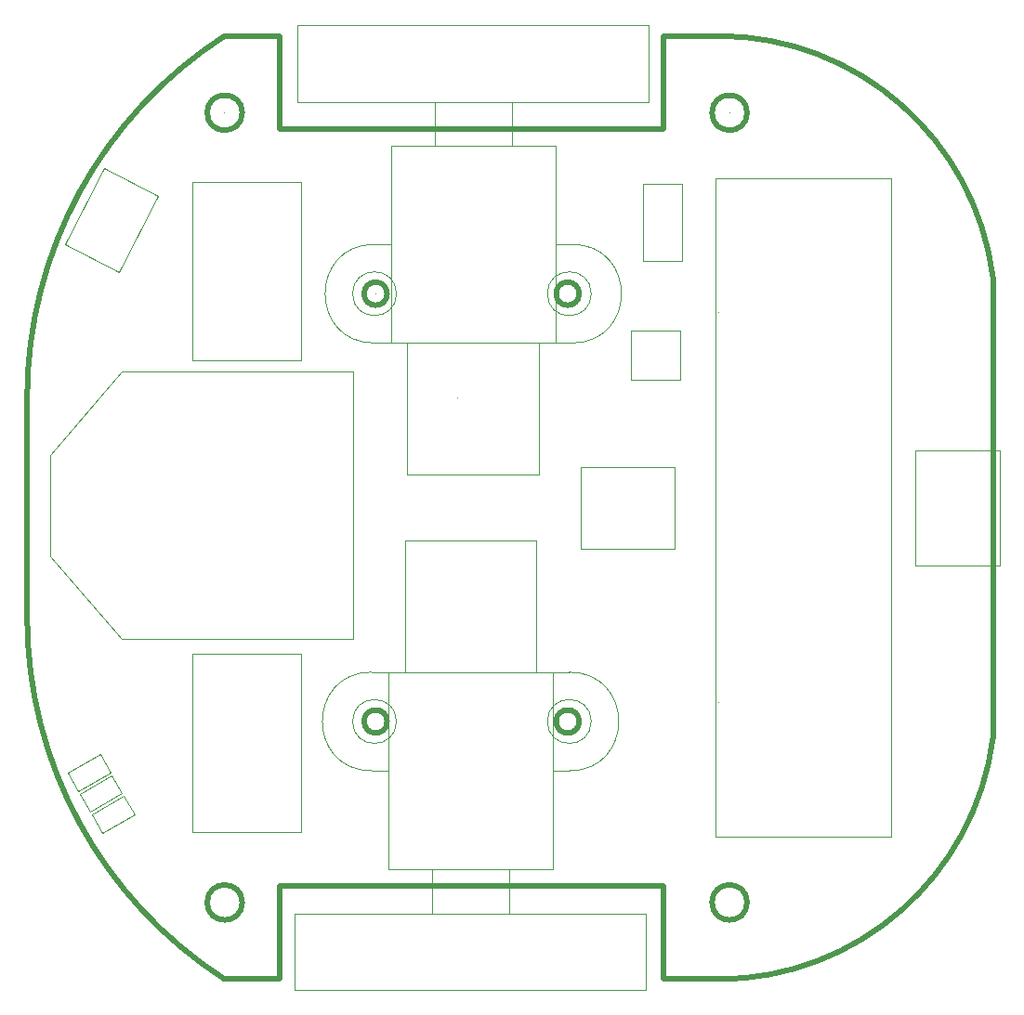
<source format=gbr>
%TF.GenerationSoftware,KiCad,Pcbnew,6.0.7-f9a2dced07~116~ubuntu20.04.1*%
%TF.CreationDate,2022-08-31T16:11:48+02:00*%
%TF.ProjectId,dumber-v3,64756d62-6572-42d7-9633-2e6b69636164,1.1*%
%TF.SameCoordinates,Original*%
%TF.FileFunction,Other,User*%
%FSLAX46Y46*%
G04 Gerber Fmt 4.6, Leading zero omitted, Abs format (unit mm)*
G04 Created by KiCad (PCBNEW 6.0.7-f9a2dced07~116~ubuntu20.04.1) date 2022-08-31 16:11:48*
%MOMM*%
%LPD*%
G01*
G04 APERTURE LIST*
%TA.AperFunction,Profile*%
%ADD10C,0.010050*%
%TD*%
%TA.AperFunction,Profile*%
%ADD11C,0.500000*%
%TD*%
%ADD12C,0.120000*%
%ADD13C,0.050000*%
G04 APERTURE END LIST*
D10*
X173755025Y-70000000D02*
G75*
G03*
X173755025Y-70000000I-5025J0D01*
G01*
X141505025Y-86500000D02*
G75*
G03*
X141505025Y-86500000I-5025J0D01*
G01*
D11*
X175350000Y-70000000D02*
G75*
G03*
X175350000Y-70000000I-1600000J0D01*
G01*
X142550000Y-86500000D02*
G75*
G03*
X142550000Y-86500000I-1050000J0D01*
G01*
X167750000Y-63000000D02*
X167750000Y-71500000D01*
X109750000Y-96000000D02*
X109750000Y-116000000D01*
X129350000Y-142000000D02*
G75*
G03*
X129350000Y-142000000I-1600000J0D01*
G01*
X127750000Y-63000000D02*
G75*
G03*
X109750000Y-96000000I21250000J-33000000D01*
G01*
X197750000Y-127000000D02*
X197750000Y-85000000D01*
X129350000Y-70000000D02*
G75*
G03*
X129350000Y-70000000I-1600000J0D01*
G01*
X167750000Y-149000000D02*
X172750000Y-149000000D01*
X172750000Y-63000000D02*
X167750000Y-63000000D01*
D10*
X172755025Y-123795455D02*
G75*
G03*
X172755025Y-123795455I-5025J0D01*
G01*
X159005025Y-125500000D02*
G75*
G03*
X159005025Y-125500000I-5025J0D01*
G01*
X159005025Y-86500000D02*
G75*
G03*
X159005025Y-86500000I-5025J0D01*
G01*
X172755025Y-88204545D02*
G75*
G03*
X172755025Y-88204545I-5025J0D01*
G01*
X149005025Y-116000000D02*
G75*
G03*
X149005025Y-116000000I-5025J0D01*
G01*
D11*
X132750000Y-149000000D02*
X132750000Y-140500000D01*
X167750000Y-140500000D02*
X167750000Y-149000000D01*
X127750000Y-149000000D02*
X132750000Y-149000000D01*
X167750000Y-71500000D02*
X132750000Y-71500000D01*
D10*
X127755025Y-70000000D02*
G75*
G03*
X127755025Y-70000000I-5025J0D01*
G01*
D11*
X109750000Y-116000000D02*
G75*
G03*
X127750000Y-149000000I39250000J0D01*
G01*
X175350000Y-142000000D02*
G75*
G03*
X175350000Y-142000000I-1600000J0D01*
G01*
D10*
X149005025Y-96000000D02*
G75*
G03*
X149005025Y-96000000I-5025J0D01*
G01*
D11*
X132750000Y-63000000D02*
X127750000Y-63000000D01*
X132750000Y-71500000D02*
X132750000Y-63000000D01*
X197750047Y-84999994D02*
G75*
G03*
X172750000Y-63000000I-25000047J-3204606D01*
G01*
X160050000Y-86500000D02*
G75*
G03*
X160050000Y-86500000I-1050000J0D01*
G01*
D10*
X173755025Y-142000000D02*
G75*
G03*
X173755025Y-142000000I-5025J0D01*
G01*
X141505025Y-125500000D02*
G75*
G03*
X141505025Y-125500000I-5025J0D01*
G01*
D11*
X132750000Y-140500000D02*
X167750000Y-140500000D01*
X160050000Y-125500000D02*
G75*
G03*
X160050000Y-125500000I-1050000J0D01*
G01*
X142550000Y-125500000D02*
G75*
G03*
X142550000Y-125500000I-1050000J0D01*
G01*
X172750000Y-149000005D02*
G75*
G03*
X197750000Y-127000000I0J25204545D01*
G01*
D10*
X127755025Y-142000000D02*
G75*
G03*
X127755025Y-142000000I-5025J0D01*
G01*
D12*
%TO.C,M1*%
X142650000Y-139000000D02*
X142650000Y-121000000D01*
X157650000Y-121000000D02*
X159150000Y-121000000D01*
X142650000Y-121000000D02*
X157650000Y-121000000D01*
X134150000Y-143000000D02*
X166150000Y-143000000D01*
X166150000Y-143000000D02*
X166150000Y-150000000D01*
X146650000Y-143000000D02*
X146650000Y-139000000D01*
X156150000Y-109000000D02*
X156150000Y-121000000D01*
X144150000Y-109000000D02*
X156150000Y-109000000D01*
X142650000Y-125500000D02*
X142650000Y-130000000D01*
X142650000Y-130000000D02*
X141150000Y-130000000D01*
X153650000Y-139000000D02*
X153650000Y-143000000D01*
X157650000Y-121000000D02*
X157650000Y-139000000D01*
X157650000Y-130000000D02*
X159150000Y-130000000D01*
X147150000Y-139000000D02*
X154150000Y-139000000D01*
X134150000Y-150000000D02*
X134150000Y-143000000D01*
X157650000Y-139000000D02*
X142650000Y-139000000D01*
X166150000Y-150000000D02*
X134150000Y-150000000D01*
X142650000Y-121000000D02*
X141150000Y-121000000D01*
X144150000Y-121000000D02*
X144150000Y-109000000D01*
X141150000Y-121000000D02*
G75*
G03*
X141150000Y-130000000I0J-4500000D01*
G01*
X159150000Y-130000000D02*
G75*
G03*
X159150000Y-121000000I0J4500000D01*
G01*
X143400000Y-125500000D02*
G75*
G03*
X143400000Y-125500000I-2000000J0D01*
G01*
X161150000Y-125500000D02*
G75*
G03*
X161150000Y-125500000I-2000000J0D01*
G01*
D13*
%TO.C,SW1*%
X118134202Y-84496404D02*
X113233666Y-81999456D01*
X121675328Y-77546553D02*
X116774792Y-75049605D01*
X121675328Y-77546553D02*
X118134202Y-84496404D01*
X116774792Y-75049605D02*
X113233666Y-81999456D01*
%TO.C,J1*%
X134680000Y-76310000D02*
X124780000Y-76310000D01*
X134680000Y-92600000D02*
X134680000Y-76310000D01*
X124780000Y-76310000D02*
X124780000Y-92600000D01*
X124780000Y-92600000D02*
X134680000Y-92600000D01*
%TO.C,D2*%
X169390000Y-83510000D02*
X165890000Y-83510000D01*
X169390000Y-76510000D02*
X169390000Y-83510000D01*
X165890000Y-76510000D02*
X169390000Y-76510000D01*
X165890000Y-83510000D02*
X165890000Y-76510000D01*
%TO.C,D5*%
X116620077Y-135647724D02*
X115670077Y-134002276D01*
X118579923Y-132322276D02*
X119529923Y-133967724D01*
X119529923Y-133967724D02*
X116620077Y-135647724D01*
X115670077Y-134002276D02*
X118579923Y-132322276D01*
D12*
%TO.C,M2*%
X153900000Y-69000000D02*
X153900000Y-73000000D01*
X144400000Y-103000000D02*
X144400000Y-91000000D01*
X146900000Y-73000000D02*
X146900000Y-69000000D01*
X142900000Y-91000000D02*
X142900000Y-73000000D01*
X157900000Y-91000000D02*
X142900000Y-91000000D01*
X134400000Y-62000000D02*
X166400000Y-62000000D01*
X156400000Y-103000000D02*
X144400000Y-103000000D01*
X134400000Y-69000000D02*
X134400000Y-62000000D01*
X156400000Y-91000000D02*
X156400000Y-103000000D01*
X142900000Y-82000000D02*
X141400000Y-82000000D01*
X157900000Y-86500000D02*
X157900000Y-82000000D01*
X166400000Y-62000000D02*
X166400000Y-69000000D01*
X157900000Y-73000000D02*
X157900000Y-91000000D01*
X153400000Y-73000000D02*
X146400000Y-73000000D01*
X142900000Y-91000000D02*
X141400000Y-91000000D01*
X142900000Y-73000000D02*
X157900000Y-73000000D01*
X166400000Y-69000000D02*
X134400000Y-69000000D01*
X157900000Y-82000000D02*
X159400000Y-82000000D01*
X157900000Y-91000000D02*
X159400000Y-91000000D01*
X141400000Y-82000000D02*
G75*
G03*
X141400000Y-91000000I0J-4500000D01*
G01*
X159400000Y-91000000D02*
G75*
G03*
X159400000Y-82000000I0J4500000D01*
G01*
X143400000Y-86500000D02*
G75*
G03*
X143400000Y-86500000I-2000000J0D01*
G01*
X161150000Y-86500000D02*
G75*
G03*
X161150000Y-86500000I-2000000J0D01*
G01*
%TO.C,BT1*%
X172500000Y-136000000D02*
X188500000Y-136000000D01*
X188500000Y-136000000D02*
X188500000Y-76000000D01*
X188500000Y-76000000D02*
X172500000Y-76000000D01*
X172500000Y-76000000D02*
X172500000Y-136000000D01*
D13*
%TO.C,J2*%
X124780000Y-135600000D02*
X134680000Y-135600000D01*
X134680000Y-119310000D02*
X124780000Y-119310000D01*
X134680000Y-135600000D02*
X134680000Y-119310000D01*
X124780000Y-119310000D02*
X124780000Y-135600000D01*
%TO.C,P1*%
X190645000Y-100750000D02*
X198355000Y-100750000D01*
X198355000Y-111300000D02*
X198355000Y-100750000D01*
X190645000Y-111300000D02*
X190645000Y-100750000D01*
X190645000Y-111300000D02*
X198355000Y-111300000D01*
%TO.C,J3*%
X160165000Y-109745000D02*
X168765000Y-109745000D01*
X168765000Y-102345000D02*
X160165000Y-102345000D01*
X160165000Y-102345000D02*
X160165000Y-109745000D01*
X168765000Y-109745000D02*
X168765000Y-102345000D01*
%TO.C,L2*%
X164755000Y-89825000D02*
X164755000Y-94325000D01*
X169255000Y-94325000D02*
X169255000Y-89825000D01*
X164755000Y-94325000D02*
X169255000Y-94325000D01*
X169255000Y-89825000D02*
X164755000Y-89825000D01*
D12*
%TO.C,U1*%
X111835000Y-101200000D02*
X118335000Y-93600000D01*
X111835000Y-110400000D02*
X118335000Y-118000000D01*
X139435000Y-118000000D02*
X139435000Y-93600000D01*
X111835000Y-110400000D02*
X111835000Y-101200000D01*
X139435000Y-93600000D02*
X118335000Y-93600000D01*
X139435000Y-118000000D02*
X118335000Y-118000000D01*
D13*
%TO.C,D4*%
X118388923Y-132062724D02*
X115479077Y-133742724D01*
X115479077Y-133742724D02*
X114529077Y-132097276D01*
X114529077Y-132097276D02*
X117438923Y-130417276D01*
X117438923Y-130417276D02*
X118388923Y-132062724D01*
%TO.C,D3*%
X113470077Y-130192276D02*
X116379923Y-128512276D01*
X117329923Y-130157724D02*
X114420077Y-131837724D01*
X116379923Y-128512276D02*
X117329923Y-130157724D01*
X114420077Y-131837724D02*
X113470077Y-130192276D01*
%TD*%
M02*

</source>
